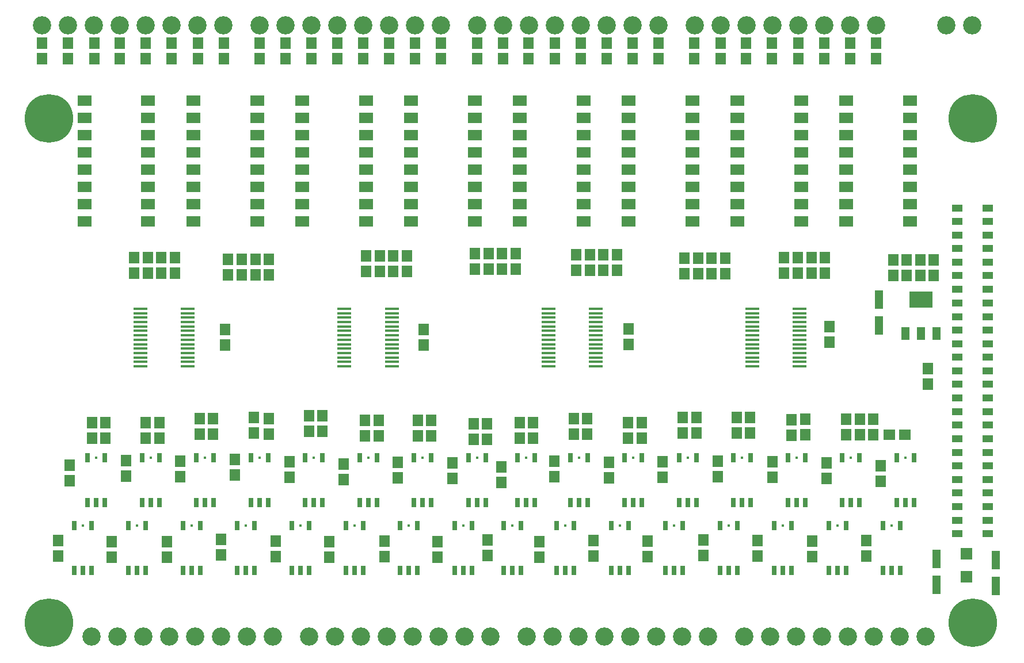
<source format=gbr>
%FSLAX23Y23*%
%MOIN*%
G04 EasyPC Gerber Version 17.0 Build 3379 *
%ADD76R,0.01387X0.01387*%
%ADD75R,0.02962X0.05324*%
%ADD93R,0.04537X0.07293*%
%ADD29R,0.04734X0.10836*%
%ADD28R,0.06100X0.06600*%
%ADD77R,0.06900X0.06900*%
%ADD72C,0.10600*%
%ADD74R,0.07883X0.01781*%
%ADD27R,0.06112X0.04104*%
%ADD26C,0.28100*%
%ADD92R,0.06600X0.06100*%
%ADD73R,0.07883X0.06112*%
%ADD94R,0.13198X0.09261*%
X0Y0D02*
D02*
D26*
X278Y278D03*
Y3203D03*
X5628Y278D03*
Y3203D03*
D02*
D27*
X5539Y795D03*
Y873D03*
Y952D03*
Y1031D03*
Y1110D03*
Y1188D03*
Y1267D03*
Y1346D03*
Y1425D03*
Y1503D03*
Y1582D03*
Y1661D03*
Y1740D03*
Y1818D03*
Y1897D03*
Y1976D03*
Y2054D03*
Y2133D03*
Y2212D03*
Y2291D03*
Y2369D03*
Y2448D03*
Y2527D03*
Y2606D03*
Y2684D03*
X5716Y795D03*
Y873D03*
Y952D03*
Y1031D03*
Y1110D03*
Y1188D03*
Y1267D03*
Y1346D03*
Y1425D03*
Y1503D03*
Y1582D03*
Y1661D03*
Y1740D03*
Y1818D03*
Y1897D03*
Y1976D03*
Y2054D03*
Y2133D03*
Y2212D03*
Y2291D03*
Y2369D03*
Y2448D03*
Y2527D03*
Y2606D03*
Y2684D03*
D02*
D28*
X238Y3548D03*
Y3638D03*
X332Y666D03*
Y756D03*
X388Y3548D03*
Y3638D03*
X400Y1102D03*
Y1192D03*
X528Y1349D03*
Y1439D03*
X542Y3548D03*
Y3638D03*
X605Y1348D03*
Y1438D03*
X644Y659D03*
Y749D03*
X691Y3548D03*
Y3638D03*
X727Y1128D03*
Y1218D03*
X774Y2305D03*
Y2395D03*
X840Y1349D03*
Y1439D03*
X841Y3548D03*
Y3638D03*
X853Y2305D03*
Y2395D03*
X918Y1348D03*
Y1438D03*
X931Y2305D03*
Y2395D03*
X963Y659D03*
Y749D03*
X990Y3548D03*
Y3638D03*
X1010Y2305D03*
Y2395D03*
X1038Y1125D03*
Y1215D03*
X1144Y3548D03*
Y3638D03*
X1152Y1371D03*
Y1461D03*
X1231Y1372D03*
Y1462D03*
X1275Y671D03*
Y761D03*
X1294Y3548D03*
Y3638D03*
X1298Y1888D03*
Y1978D03*
X1317Y2297D03*
Y2387D03*
X1357Y1136D03*
Y1226D03*
X1396Y2297D03*
Y2387D03*
X1467Y1380D03*
Y1470D03*
X1475Y2297D03*
Y2387D03*
X1499Y3548D03*
Y3638D03*
X1553Y1372D03*
Y1462D03*
Y2297D03*
Y2387D03*
X1593Y663D03*
Y753D03*
X1648Y3548D03*
Y3638D03*
X1672Y1122D03*
Y1212D03*
X1786Y1388D03*
Y1478D03*
X1801Y3548D03*
Y3638D03*
X1864Y1388D03*
Y1478D03*
X1904Y659D03*
Y749D03*
X1951Y3548D03*
Y3638D03*
X1986Y1110D03*
Y1200D03*
X2101Y3548D03*
Y3638D03*
X2110Y1363D03*
Y1453D03*
X2116Y2317D03*
Y2407D03*
X2191Y1364D03*
Y1454D03*
X2195Y2317D03*
Y2407D03*
X2223Y663D03*
Y753D03*
X2250Y3548D03*
Y3638D03*
X2274Y2317D03*
Y2407D03*
X2301Y1120D03*
Y1210D03*
X2353Y2317D03*
Y2407D03*
X2400Y3548D03*
Y3638D03*
X2416Y1364D03*
Y1454D03*
X2448Y1888D03*
Y1978D03*
X2494Y1364D03*
Y1454D03*
X2530Y659D03*
Y749D03*
X2549Y3548D03*
Y3638D03*
X2616Y1116D03*
Y1206D03*
X2739Y1342D03*
Y1432D03*
X2746Y2328D03*
Y2418D03*
X2758Y3548D03*
Y3638D03*
X2815Y1342D03*
Y1432D03*
X2820Y670D03*
Y760D03*
X2825Y2328D03*
Y2418D03*
X2900Y1092D03*
Y1182D03*
X2904Y2328D03*
Y2418D03*
X2908Y3548D03*
Y3638D03*
X2983Y2328D03*
Y2418D03*
X3005Y1349D03*
Y1439D03*
X3057Y3548D03*
Y3638D03*
X3084Y1350D03*
Y1440D03*
X3120Y659D03*
Y749D03*
X3207Y1125D03*
Y1215D03*
X3211Y3548D03*
Y3638D03*
X3319Y1374D03*
Y1464D03*
X3333Y2321D03*
Y2411D03*
X3361Y3548D03*
Y3638D03*
X3396Y1372D03*
Y1462D03*
X3412Y2321D03*
Y2411D03*
X3434Y667D03*
Y757D03*
X3490Y2321D03*
Y2411D03*
X3510Y3548D03*
Y3638D03*
X3522Y1120D03*
Y1210D03*
X3569Y2321D03*
Y2411D03*
X3634Y1348D03*
Y1438D03*
X3635Y1893D03*
Y1983D03*
X3660Y3548D03*
Y3638D03*
X3713Y1348D03*
Y1438D03*
X3746Y663D03*
Y753D03*
X3809Y3548D03*
Y3638D03*
X3833Y1122D03*
Y1212D03*
X3951Y1380D03*
Y1470D03*
X3959Y2301D03*
Y2391D03*
X4017Y3548D03*
Y3638D03*
X4030Y1380D03*
Y1470D03*
X4038Y2301D03*
Y2391D03*
X4071Y670D03*
Y760D03*
X4116Y2301D03*
Y2391D03*
X4152Y1125D03*
Y1215D03*
X4168Y3548D03*
Y3638D03*
X4195Y2301D03*
Y2391D03*
X4262Y1379D03*
Y1469D03*
X4317Y3548D03*
Y3638D03*
X4341Y1380D03*
Y1470D03*
X4383Y666D03*
Y756D03*
X4467Y3548D03*
Y3638D03*
X4468Y1122D03*
Y1212D03*
X4537Y2306D03*
Y2396D03*
X4579Y1367D03*
Y1457D03*
X4616Y2306D03*
Y2396D03*
X4620Y3548D03*
Y3638D03*
X4660Y1368D03*
Y1458D03*
X4695Y2306D03*
Y2396D03*
X4700Y661D03*
Y751D03*
X4770Y3548D03*
Y3638D03*
X4774Y2306D03*
Y2396D03*
X4782Y1116D03*
Y1206D03*
X4801Y1907D03*
Y1997D03*
X4896Y1368D03*
Y1458D03*
X4920Y3548D03*
Y3638D03*
X4975Y1369D03*
Y1459D03*
X5013Y665D03*
Y755D03*
X5053Y1368D03*
Y1458D03*
X5069Y3548D03*
Y3638D03*
X5097Y1100D03*
Y1190D03*
X5168Y2293D03*
Y2383D03*
X5246Y2293D03*
Y2383D03*
X5325Y2293D03*
Y2383D03*
X5369Y1661D03*
Y1751D03*
X5404Y2293D03*
Y2383D03*
D02*
D29*
X5085Y2003D03*
Y2153D03*
X5421Y500D03*
Y650D03*
X5763Y493D03*
Y642D03*
D02*
D72*
X238Y3744D03*
X388D03*
X527Y200D03*
X538Y3744D03*
X677Y200D03*
X688Y3744D03*
X827Y200D03*
X838Y3744D03*
X977Y200D03*
X988Y3744D03*
X1127Y200D03*
X1138Y3744D03*
X1277Y200D03*
X1288Y3744D03*
X1427Y200D03*
X1498Y3744D03*
X1577Y200D03*
X1648Y3744D03*
X1787Y200D03*
X1798Y3744D03*
X1937Y200D03*
X1948Y3744D03*
X2087Y200D03*
X2098Y3744D03*
X2237Y200D03*
X2248Y3744D03*
X2387Y200D03*
X2398Y3744D03*
X2537Y200D03*
X2548Y3744D03*
X2687Y200D03*
X2758Y3744D03*
X2837Y200D03*
X2908Y3744D03*
X3047Y200D03*
X3058Y3744D03*
X3197Y200D03*
X3208Y3744D03*
X3347Y200D03*
X3358Y3744D03*
X3497Y200D03*
X3508Y3744D03*
X3647Y200D03*
X3658Y3744D03*
X3797Y200D03*
X3808Y3744D03*
X3947Y200D03*
X4018Y3744D03*
X4097Y200D03*
X4168Y3744D03*
X4307Y200D03*
X4318Y3744D03*
X4457Y200D03*
X4468Y3744D03*
X4607Y200D03*
X4618Y3744D03*
X4757Y200D03*
X4768Y3744D03*
X4907Y200D03*
X4918Y3744D03*
X5057Y200D03*
X5068Y3744D03*
X5207Y200D03*
X5357D03*
X5475Y3744D03*
X5625D03*
D02*
D73*
X486Y2606D03*
Y2706D03*
Y2806D03*
Y2906D03*
Y3006D03*
Y3106D03*
Y3206D03*
Y3306D03*
X854Y2606D03*
Y2706D03*
Y2806D03*
Y2906D03*
Y3006D03*
Y3106D03*
Y3206D03*
Y3306D03*
X1117Y2606D03*
Y2706D03*
Y2806D03*
Y2906D03*
Y3006D03*
Y3106D03*
Y3206D03*
Y3306D03*
X1486Y2606D03*
Y2706D03*
Y2806D03*
Y2906D03*
Y3006D03*
Y3106D03*
Y3206D03*
Y3306D03*
X1747Y2606D03*
Y2706D03*
Y2806D03*
Y2906D03*
Y3006D03*
Y3106D03*
Y3206D03*
Y3306D03*
X2115Y2606D03*
Y2706D03*
Y2806D03*
Y2906D03*
Y3006D03*
Y3106D03*
Y3206D03*
Y3306D03*
X2377Y2606D03*
Y2706D03*
Y2806D03*
Y2906D03*
Y3006D03*
Y3106D03*
Y3206D03*
Y3306D03*
X2745Y2606D03*
Y2706D03*
Y2806D03*
Y2906D03*
Y3006D03*
Y3106D03*
Y3206D03*
Y3306D03*
X3007Y2606D03*
Y2706D03*
Y2806D03*
Y2906D03*
Y3006D03*
Y3106D03*
Y3206D03*
Y3306D03*
X3375Y2606D03*
Y2706D03*
Y2806D03*
Y2906D03*
Y3006D03*
Y3106D03*
Y3206D03*
Y3306D03*
X3637Y2606D03*
Y2706D03*
Y2806D03*
Y2906D03*
Y3006D03*
Y3106D03*
Y3206D03*
Y3306D03*
X4005Y2606D03*
Y2706D03*
Y2806D03*
Y2906D03*
Y3006D03*
Y3106D03*
Y3206D03*
Y3306D03*
X4267Y2606D03*
Y2706D03*
Y2806D03*
Y2906D03*
Y3006D03*
Y3106D03*
Y3206D03*
Y3306D03*
X4635Y2606D03*
Y2706D03*
Y2806D03*
Y2906D03*
Y3006D03*
Y3106D03*
Y3206D03*
Y3306D03*
X4897Y2606D03*
Y2706D03*
Y2806D03*
Y2906D03*
Y3006D03*
Y3106D03*
Y3206D03*
Y3306D03*
X5265Y2606D03*
Y2706D03*
Y2806D03*
Y2906D03*
Y3006D03*
Y3106D03*
Y3206D03*
Y3306D03*
D02*
D74*
X810Y1766D03*
Y1792D03*
Y1817D03*
Y1843D03*
Y1869D03*
Y1894D03*
Y1920D03*
Y1945D03*
Y1971D03*
Y1997D03*
Y2022D03*
Y2048D03*
Y2073D03*
Y2099D03*
X1084Y1766D03*
Y1792D03*
Y1817D03*
Y1843D03*
Y1869D03*
Y1894D03*
Y1920D03*
Y1945D03*
Y1971D03*
Y1997D03*
Y2022D03*
Y2048D03*
Y2073D03*
Y2099D03*
X1991Y1766D03*
Y1792D03*
Y1817D03*
Y1843D03*
Y1869D03*
Y1894D03*
Y1920D03*
Y1945D03*
Y1971D03*
Y1997D03*
Y2022D03*
Y2048D03*
Y2073D03*
Y2099D03*
X2265Y1766D03*
Y1792D03*
Y1817D03*
Y1843D03*
Y1869D03*
Y1894D03*
Y1920D03*
Y1945D03*
Y1971D03*
Y1997D03*
Y2022D03*
Y2048D03*
Y2073D03*
Y2099D03*
X3173Y1766D03*
Y1792D03*
Y1817D03*
Y1843D03*
Y1869D03*
Y1894D03*
Y1920D03*
Y1945D03*
Y1971D03*
Y1997D03*
Y2022D03*
Y2048D03*
Y2073D03*
Y2099D03*
X3446Y1766D03*
Y1792D03*
Y1817D03*
Y1843D03*
Y1869D03*
Y1894D03*
Y1920D03*
Y1945D03*
Y1971D03*
Y1997D03*
Y2022D03*
Y2048D03*
Y2073D03*
Y2099D03*
X4354Y1766D03*
Y1792D03*
Y1817D03*
Y1843D03*
Y1869D03*
Y1894D03*
Y1920D03*
Y1945D03*
Y1971D03*
Y1997D03*
Y2022D03*
Y2048D03*
Y2073D03*
Y2099D03*
X4627Y1766D03*
Y1792D03*
Y1817D03*
Y1843D03*
Y1869D03*
Y1894D03*
Y1920D03*
Y1945D03*
Y1971D03*
Y1997D03*
Y2022D03*
Y2048D03*
Y2073D03*
Y2099D03*
D02*
D75*
X425Y582D03*
Y842D03*
X475Y582D03*
X503Y976D03*
Y1236D03*
X525Y582D03*
Y842D03*
X553Y976D03*
X603D03*
Y1236D03*
X740Y582D03*
Y842D03*
X790Y582D03*
X818Y976D03*
Y1236D03*
X840Y582D03*
Y842D03*
X868Y976D03*
X918D03*
Y1236D03*
X1055Y582D03*
Y842D03*
X1105Y582D03*
X1133Y976D03*
Y1236D03*
X1155Y582D03*
Y842D03*
X1183Y976D03*
X1233D03*
Y1236D03*
X1370Y582D03*
Y842D03*
X1420Y582D03*
X1448Y976D03*
Y1236D03*
X1470Y582D03*
Y842D03*
X1498Y976D03*
X1548D03*
Y1236D03*
X1685Y582D03*
Y842D03*
X1735Y582D03*
X1763Y976D03*
Y1236D03*
X1785Y582D03*
Y842D03*
X1813Y976D03*
X1863D03*
Y1236D03*
X1999Y582D03*
Y842D03*
X2049Y582D03*
X2078Y976D03*
Y1236D03*
X2099Y582D03*
Y842D03*
X2128Y976D03*
X2178D03*
Y1236D03*
X2314Y582D03*
Y842D03*
X2364Y582D03*
X2393Y976D03*
Y1236D03*
X2414Y582D03*
Y842D03*
X2443Y976D03*
X2493D03*
Y1236D03*
X2629Y582D03*
Y842D03*
X2679Y582D03*
X2708Y976D03*
Y1236D03*
X2729Y582D03*
Y842D03*
X2758Y976D03*
X2808D03*
Y1236D03*
X2913Y582D03*
Y842D03*
X2963Y582D03*
X2992Y976D03*
Y1236D03*
X3013Y582D03*
Y842D03*
X3042Y976D03*
X3092D03*
Y1236D03*
X3220Y582D03*
Y842D03*
X3270Y582D03*
X3299Y976D03*
Y1236D03*
X3320Y582D03*
Y842D03*
X3349Y976D03*
X3399D03*
Y1236D03*
X3535Y582D03*
Y842D03*
X3585Y582D03*
X3614Y976D03*
Y1236D03*
X3635Y582D03*
Y842D03*
X3664Y976D03*
X3714D03*
Y1236D03*
X3850Y582D03*
Y842D03*
X3900Y582D03*
X3929Y976D03*
Y1236D03*
X3950Y582D03*
Y842D03*
X3979Y976D03*
X4029D03*
Y1236D03*
X4165Y581D03*
Y841D03*
X4215Y581D03*
X4244Y976D03*
Y1236D03*
X4265Y581D03*
Y841D03*
X4294Y976D03*
X4344D03*
Y1236D03*
X4480Y582D03*
Y842D03*
X4530Y582D03*
X4559Y976D03*
Y1236D03*
X4580Y582D03*
Y842D03*
X4609Y976D03*
X4659D03*
Y1236D03*
X4795Y582D03*
Y842D03*
X4845Y582D03*
X4873Y976D03*
Y1236D03*
X4895Y582D03*
Y842D03*
X4923Y976D03*
X4973D03*
Y1236D03*
X5110Y582D03*
Y842D03*
X5160Y582D03*
X5188Y976D03*
Y1236D03*
X5210Y582D03*
Y842D03*
X5238Y976D03*
X5288D03*
Y1236D03*
D02*
D76*
X475Y842D03*
X553Y1236D03*
X790Y842D03*
X868Y1236D03*
X1105Y842D03*
X1183Y1236D03*
X1420Y842D03*
X1498Y1236D03*
X1735Y842D03*
X1813Y1236D03*
X2049Y842D03*
X2128Y1236D03*
X2364Y842D03*
X2443Y1236D03*
X2679Y842D03*
X2758Y1236D03*
X2963Y842D03*
X3042Y1236D03*
X3270Y842D03*
X3349Y1236D03*
X3585Y842D03*
X3664Y1236D03*
X3900Y842D03*
X3979Y1236D03*
X4215Y841D03*
X4294Y1236D03*
X4530Y842D03*
X4609Y1236D03*
X4845Y842D03*
X4923Y1236D03*
X5160Y842D03*
X5238Y1236D03*
D02*
D77*
X5593Y545D03*
Y679D03*
D02*
D92*
X5146Y1370D03*
X5236D03*
D02*
D93*
X5238Y1955D03*
X5329D03*
X5420D03*
D02*
D94*
X5329Y2154D03*
X0Y0D02*
M02*

</source>
